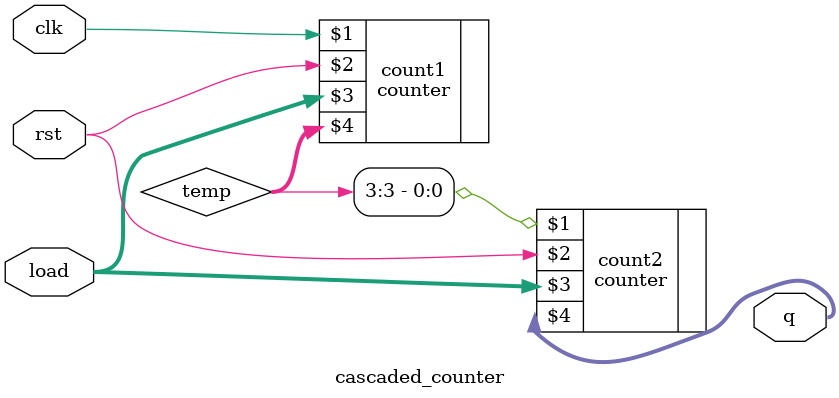
<source format=v>
module cascaded_counter(clk, rst, load, q);
input clk, rst;
input [3:0] load;
output [3:0] q;
wire [3:0] temp;
counter count1(clk, rst, load, temp);
counter count2(temp[3], rst, load, q);
endmodule


</source>
